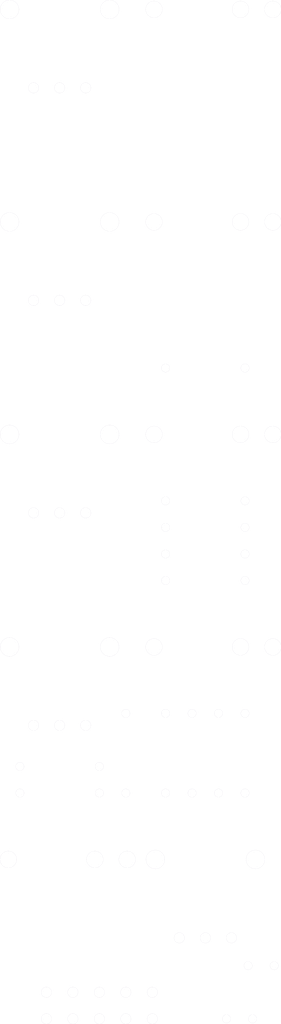
<source format=kicad_pcb>
(kicad_pcb (version 4) (generator "gerbview") (generator_version "8.0")

  (layers 
    (0 F.Cu signal)
    (31 B.Cu signal)
    (32 B.Adhes user)
    (33 F.Adhes user)
    (34 B.Paste user)
    (35 F.Paste user)
    (36 B.SilkS user)
    (37 F.SilkS user)
    (38 B.Mask user)
    (39 F.Mask user)
    (40 Dwgs.User user)
    (41 Cmts.User user)
    (42 Eco1.User user)
    (43 Eco2.User user)
    (44 Edge.Cuts user)
  )

 (via (at 72.1106 125.54966) (size 0.80011) (drill 0.8001) (layers F.Cu B.Cu))
 (via (at 72.1106 128.08966) (size 0.80011) (drill 0.8001) (layers F.Cu B.Cu))
 (via (at 79.7306 125.54966) (size 0.80011) (drill 0.8001) (layers F.Cu B.Cu))
 (via (at 79.7306 128.08966) (size 0.80011) (drill 0.8001) (layers F.Cu B.Cu))
 (via (at 82.2706 120.46966) (size 0.80011) (drill 0.8001) (layers F.Cu B.Cu))
 (via (at 82.2706 128.08966) (size 0.80011) (drill 0.8001) (layers F.Cu B.Cu))
 (via (at 86.0806 87.44966) (size 0.80011) (drill 0.8001) (layers F.Cu B.Cu))
 (via (at 86.0806 100.14966) (size 0.80011) (drill 0.8001) (layers F.Cu B.Cu))
 (via (at 86.0806 102.68966) (size 0.80011) (drill 0.8001) (layers F.Cu B.Cu))
 (via (at 86.0806 105.22966) (size 0.80011) (drill 0.8001) (layers F.Cu B.Cu))
 (via (at 86.0806 107.76966) (size 0.80011) (drill 0.8001) (layers F.Cu B.Cu))
 (via (at 86.0806 120.46966) (size 0.80011) (drill 0.8001) (layers F.Cu B.Cu))
 (via (at 86.0806 128.08966) (size 0.80011) (drill 0.8001) (layers F.Cu B.Cu))
 (via (at 88.6206 120.46966) (size 0.80011) (drill 0.8001) (layers F.Cu B.Cu))
 (via (at 88.6206 128.08966) (size 0.80011) (drill 0.8001) (layers F.Cu B.Cu))
 (via (at 91.1606 120.46966) (size 0.80011) (drill 0.8001) (layers F.Cu B.Cu))
 (via (at 91.1606 128.08966) (size 0.80011) (drill 0.8001) (layers F.Cu B.Cu))
 (via (at 91.9226 149.67966) (size 0.80011) (drill 0.8001) (layers F.Cu B.Cu))
 (via (at 93.7006 87.44966) (size 0.80011) (drill 0.8001) (layers F.Cu B.Cu))
 (via (at 93.7006 100.14966) (size 0.80011) (drill 0.8001) (layers F.Cu B.Cu))
 (via (at 93.7006 102.68966) (size 0.80011) (drill 0.8001) (layers F.Cu B.Cu))
 (via (at 93.7006 105.22966) (size 0.80011) (drill 0.8001) (layers F.Cu B.Cu))
 (via (at 93.7006 107.76966) (size 0.80011) (drill 0.8001) (layers F.Cu B.Cu))
 (via (at 93.7006 120.46966) (size 0.80011) (drill 0.8001) (layers F.Cu B.Cu))
 (via (at 93.7006 128.08966) (size 0.80011) (drill 0.8001) (layers F.Cu B.Cu))
 (via (at 93.99524 144.59966) (size 0.80011) (drill 0.8001) (layers F.Cu B.Cu))
 (via (at 94.42196 149.67966) (size 0.80011) (drill 0.8001) (layers F.Cu B.Cu))
 (via (at 96.4946 144.59966) (size 0.80011) (drill 0.8001) (layers F.Cu B.Cu))
 (via (at 73.42124 60.66028) (size 1.00077) (drill 1.00076) (layers F.Cu B.Cu))
 (via (at 73.42124 80.98028) (size 1.00077) (drill 1.00076) (layers F.Cu B.Cu))
 (via (at 73.42124 101.30028) (size 1.00077) (drill 1.00076) (layers F.Cu B.Cu))
 (via (at 73.42124 121.62028) (size 1.00077) (drill 1.00076) (layers F.Cu B.Cu))
 (via (at 74.6506 147.13966) (size 1.00077) (drill 1.00076) (layers F.Cu B.Cu))
 (via (at 74.6506 149.67966) (size 1.00077) (drill 1.00076) (layers F.Cu B.Cu))
 (via (at 75.9206 60.66028) (size 1.00077) (drill 1.00076) (layers F.Cu B.Cu))
 (via (at 75.9206 80.98028) (size 1.00077) (drill 1.00076) (layers F.Cu B.Cu))
 (via (at 75.9206 101.30028) (size 1.00077) (drill 1.00076) (layers F.Cu B.Cu))
 (via (at 75.9206 121.62028) (size 1.00077) (drill 1.00076) (layers F.Cu B.Cu))
 (via (at 77.1906 147.13966) (size 1.00077) (drill 1.00076) (layers F.Cu B.Cu))
 (via (at 77.1906 149.67966) (size 1.00077) (drill 1.00076) (layers F.Cu B.Cu))
 (via (at 78.41996 60.66028) (size 1.00077) (drill 1.00076) (layers F.Cu B.Cu))
 (via (at 78.41996 80.98028) (size 1.00077) (drill 1.00076) (layers F.Cu B.Cu))
 (via (at 78.41996 101.30028) (size 1.00077) (drill 1.00076) (layers F.Cu B.Cu))
 (via (at 78.41996 121.62028) (size 1.00077) (drill 1.00076) (layers F.Cu B.Cu))
 (via (at 79.7306 147.13966) (size 1.00077) (drill 1.00076) (layers F.Cu B.Cu))
 (via (at 79.7306 149.67966) (size 1.00077) (drill 1.00076) (layers F.Cu B.Cu))
 (via (at 82.2706 147.13966) (size 1.00077) (drill 1.00076) (layers F.Cu B.Cu))
 (via (at 82.2706 149.67966) (size 1.00077) (drill 1.00076) (layers F.Cu B.Cu))
 (via (at 84.8106 147.13966) (size 1.00077) (drill 1.00076) (layers F.Cu B.Cu))
 (via (at 84.8106 149.67966) (size 1.00077) (drill 1.00076) (layers F.Cu B.Cu))
 (via (at 87.39632 141.94028) (size 1.00077) (drill 1.00076) (layers F.Cu B.Cu))
 (via (at 89.89822 141.94028) (size 1.00077) (drill 1.00076) (layers F.Cu B.Cu))
 (via (at 92.39758 141.94028) (size 1.00077) (drill 1.00076) (layers F.Cu B.Cu))
 (via (at 71.00062 134.43966) (size 1.60021) (drill 1.6002) (layers F.Cu B.Cu))
 (via (at 79.2988 134.43966) (size 1.60021) (drill 1.6002) (layers F.Cu B.Cu))
 (via (at 82.40014 134.43966) (size 1.60021) (drill 1.6002) (layers F.Cu B.Cu))
 (via (at 84.97062 53.15966) (size 1.60021) (drill 1.6002) (layers F.Cu B.Cu))
 (via (at 84.97062 73.47966) (size 1.60021) (drill 1.6002) (layers F.Cu B.Cu))
 (via (at 84.97062 93.79966) (size 1.60021) (drill 1.6002) (layers F.Cu B.Cu))
 (via (at 84.97062 114.11966) (size 1.60021) (drill 1.6002) (layers F.Cu B.Cu))
 (via (at 93.2688 53.15966) (size 1.60021) (drill 1.6002) (layers F.Cu B.Cu))
 (via (at 93.2688 73.47966) (size 1.60021) (drill 1.6002) (layers F.Cu B.Cu))
 (via (at 93.2688 93.79966) (size 1.60021) (drill 1.6002) (layers F.Cu B.Cu))
 (via (at 93.2688 114.11966) (size 1.60021) (drill 1.6002) (layers F.Cu B.Cu))
 (via (at 96.37014 53.15966) (size 1.60021) (drill 1.6002) (layers F.Cu B.Cu))
 (via (at 96.37014 73.47966) (size 1.60021) (drill 1.6002) (layers F.Cu B.Cu))
 (via (at 96.37014 93.79966) (size 1.60021) (drill 1.6002) (layers F.Cu B.Cu))
 (via (at 96.37014 114.11966) (size 1.60021) (drill 1.6002) (layers F.Cu B.Cu))
 (via (at 71.12 53.15966) (size 1.80087) (drill 1.80086) (layers F.Cu B.Cu))
 (via (at 71.12 73.47966) (size 1.80087) (drill 1.80086) (layers F.Cu B.Cu))
 (via (at 71.12 93.79966) (size 1.80087) (drill 1.80086) (layers F.Cu B.Cu))
 (via (at 71.12 114.11966) (size 1.80087) (drill 1.80086) (layers F.Cu B.Cu))
 (via (at 80.7212 53.15966) (size 1.80087) (drill 1.80086) (layers F.Cu B.Cu))
 (via (at 80.7212 73.47966) (size 1.80087) (drill 1.80086) (layers F.Cu B.Cu))
 (via (at 80.7212 93.79966) (size 1.80087) (drill 1.80086) (layers F.Cu B.Cu))
 (via (at 80.7212 114.11966) (size 1.80087) (drill 1.80086) (layers F.Cu B.Cu))
 (via (at 85.09762 134.43966) (size 1.80087) (drill 1.80086) (layers F.Cu B.Cu))
 (via (at 94.69628 134.43966) (size 1.80087) (drill 1.80086) (layers F.Cu B.Cu))
)

</source>
